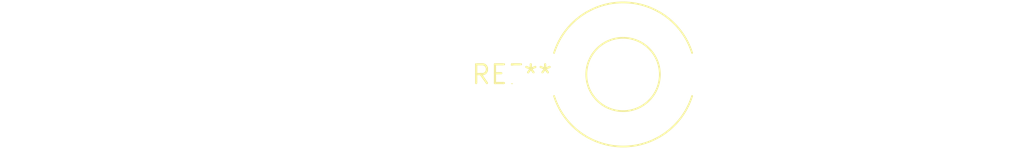
<source format=kicad_pcb>
(kicad_pcb (version 20240108) (generator pcbnew)
  (layers (0 "F.Cu" signal) (31 "B.Cu" signal) (34 "B.Paste" user) (35 "F.Paste" user) (36 "B.SilkS" user "B.Silkscreen") (37 "F.SilkS" user "F.Silkscreen") (38 "B.Mask" user) (39 "F.Mask" user) (44 "Edge.Cuts" user))
  (net 0 "")
  (footprint "L_Toroid_Horizontal_D9.5mm_P15.00mm_Diameter10-5mm_Amidon-T37" (layer "F.Cu") (at 0 0)
    (property "Reference" "REF**")
    (property "Value" "L_Toroid_Horizontal_D9.5mm_P15.00mm_Diameter10-5mm_Amidon-T37")
    (fp_arc (start 2.840901 -1.46) (mid 7.5 -4.8825) (end 12.159099 -1.46) (layer "F.SilkS") (stroke (width 0.12)))
    (fp_arc (start 12.159099 1.46) (mid 7.5 4.8825) (end 2.840901 1.46) (layer "F.SilkS") (stroke (width 0.12)))
    (fp_circle (center 7.5 0) (end 9.9835 0) (layer "F.SilkS") (stroke (width 0.12)) (fill none))
    (pad "1" thru_hole circle (at 0 0) (size 2.4 2.4) (drill 1.2) (layers *.Cu *.Mask) (remove_unused_layers))
    (pad "2" thru_hole circle (at 15 0) (size 2.4 2.4) (drill 1.2) (layers *.Cu *.Mask) (remove_unused_layers))
  )
)
</source>
